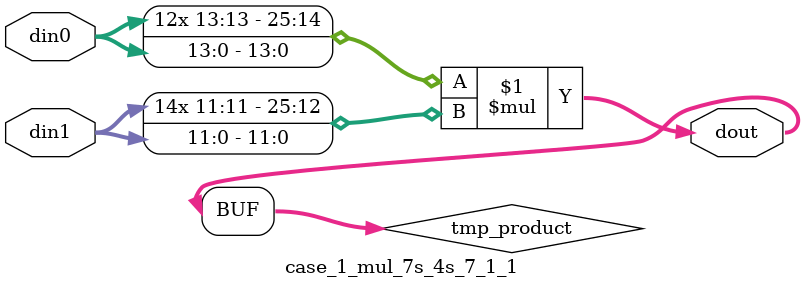
<source format=v>

`timescale 1 ns / 1 ps

 module case_1_mul_7s_4s_7_1_1(din0, din1, dout);
parameter ID = 1;
parameter NUM_STAGE = 0;
parameter din0_WIDTH = 14;
parameter din1_WIDTH = 12;
parameter dout_WIDTH = 26;

input [din0_WIDTH - 1 : 0] din0; 
input [din1_WIDTH - 1 : 0] din1; 
output [dout_WIDTH - 1 : 0] dout;

wire signed [dout_WIDTH - 1 : 0] tmp_product;



























assign tmp_product = $signed(din0) * $signed(din1);








assign dout = tmp_product;





















endmodule

</source>
